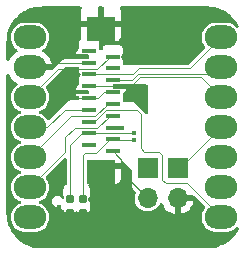
<source format=gbr>
%TF.GenerationSoftware,KiCad,Pcbnew,8.0.8-8.0.8-0~ubuntu24.04.1*%
%TF.CreationDate,2025-03-23T23:28:59+00:00*%
%TF.ProjectId,CONTROLLER_esp32xiao,434f4e54-524f-44c4-9c45-525f65737033,rev?*%
%TF.SameCoordinates,Original*%
%TF.FileFunction,Copper,L1,Top*%
%TF.FilePolarity,Positive*%
%FSLAX46Y46*%
G04 Gerber Fmt 4.6, Leading zero omitted, Abs format (unit mm)*
G04 Created by KiCad (PCBNEW 8.0.8-8.0.8-0~ubuntu24.04.1) date 2025-03-23 23:28:59*
%MOMM*%
%LPD*%
G01*
G04 APERTURE LIST*
G04 Aperture macros list*
%AMRoundRect*
0 Rectangle with rounded corners*
0 $1 Rounding radius*
0 $2 $3 $4 $5 $6 $7 $8 $9 X,Y pos of 4 corners*
0 Add a 4 corners polygon primitive as box body*
4,1,4,$2,$3,$4,$5,$6,$7,$8,$9,$2,$3,0*
0 Add four circle primitives for the rounded corners*
1,1,$1+$1,$2,$3*
1,1,$1+$1,$4,$5*
1,1,$1+$1,$6,$7*
1,1,$1+$1,$8,$9*
0 Add four rect primitives between the rounded corners*
20,1,$1+$1,$2,$3,$4,$5,0*
20,1,$1+$1,$4,$5,$6,$7,0*
20,1,$1+$1,$6,$7,$8,$9,0*
20,1,$1+$1,$8,$9,$2,$3,0*%
G04 Aperture macros list end*
%TA.AperFunction,ComponentPad*%
%ADD10R,1.700000X1.700000*%
%TD*%
%TA.AperFunction,ComponentPad*%
%ADD11O,1.700000X1.700000*%
%TD*%
%TA.AperFunction,ComponentPad*%
%ADD12RoundRect,1.000000X0.375000X0.000010X-0.375000X0.000010X-0.375000X-0.000010X0.375000X-0.000010X0*%
%TD*%
%TA.AperFunction,SMDPad,CuDef*%
%ADD13RoundRect,0.160000X0.160000X-0.197500X0.160000X0.197500X-0.160000X0.197500X-0.160000X-0.197500X0*%
%TD*%
%TA.AperFunction,SMDPad,CuDef*%
%ADD14R,1.200000X0.400000*%
%TD*%
%TA.AperFunction,SMDPad,CuDef*%
%ADD15R,2.400000X2.000000*%
%TD*%
%TA.AperFunction,ViaPad*%
%ADD16C,0.400000*%
%TD*%
%TA.AperFunction,Conductor*%
%ADD17C,0.100000*%
%TD*%
G04 APERTURE END LIST*
D10*
%TO.P,J3,1,Pin_1*%
%TO.N,/Sync*%
X61000000Y-87725000D03*
D11*
%TO.P,J3,2,Pin_2*%
%TO.N,GND*%
X61000000Y-90265000D03*
%TD*%
D10*
%TO.P,J1,1,Pin_1*%
%TO.N,VSYS*%
X58460000Y-87725000D03*
D11*
%TO.P,J1,2,Pin_2*%
%TO.N,/extRef*%
X58460000Y-90265000D03*
%TD*%
D12*
%TO.P,U2,1,PA02_A0_D0*%
%TO.N,/addr_bus_0*%
X64665000Y-76621750D03*
%TO.P,U2,2,PA4_A1_D1*%
%TO.N,/addr_bus_1*%
X64665000Y-79161750D03*
%TO.P,U2,3,PA10_A2_D2*%
%TO.N,/addr_bus_2*%
X64665000Y-81701750D03*
%TO.P,U2,4,PA11_A3_D3*%
%TO.N,/Sync*%
X64665000Y-84241750D03*
%TO.P,U2,5,PA8_A4_D4_SDA*%
%TO.N,/I2C_SDA*%
X64665000Y-86781750D03*
%TO.P,U2,6,PA9_A5_D5_SCL*%
%TO.N,/i2C_SCL*%
X64665000Y-89321750D03*
%TO.P,U2,7,PB08_A6_D6_TX*%
%TO.N,/IO1_out*%
X64665000Y-91861750D03*
%TO.P,U2,8,PB09_A7_D7_RX*%
%TO.N,/IO2*%
X48500000Y-91861750D03*
%TO.P,U2,9,PA7_A8_D8_SCK*%
%TO.N,/SCLK*%
X48500000Y-89321750D03*
%TO.P,U2,10,PA5_A9_D9_MISO*%
%TO.N,/POCI*%
X48500000Y-86781750D03*
%TO.P,U2,11,PA6_A10_D10_MOSI*%
%TO.N,/PICO*%
X48500000Y-84241750D03*
%TO.P,U2,12,3V3*%
%TO.N,+3.3V*%
X48500000Y-81701750D03*
%TO.P,U2,13,GND*%
%TO.N,GND*%
X48500000Y-79161750D03*
%TO.P,U2,14,5V*%
%TO.N,VSYS*%
X48500000Y-76621750D03*
%TD*%
D13*
%TO.P,R1,1*%
%TO.N,+3.3V*%
X53000000Y-91497500D03*
%TO.P,R1,2*%
%TO.N,/i2C_SCL*%
X53000000Y-90302500D03*
%TD*%
%TO.P,R2,1*%
%TO.N,+3.3V*%
X51900000Y-91497500D03*
%TO.P,R2,2*%
%TO.N,/I2C_SDA*%
X51900000Y-90302500D03*
%TD*%
D14*
%TO.P,FPC1,1,1*%
%TO.N,/AUX1*%
X53500000Y-77760000D03*
%TO.P,FPC1,2,2*%
%TO.N,+3.3V*%
X55500000Y-78260000D03*
%TO.P,FPC1,3,3*%
%TO.N,GND*%
X53500000Y-78760000D03*
%TO.P,FPC1,4,4*%
%TO.N,/AUX3*%
X55500000Y-79260000D03*
%TO.P,FPC1,5,5*%
%TO.N,/addr_bus_0*%
X53500000Y-79760000D03*
%TO.P,FPC1,6,6*%
%TO.N,/addr_bus_1*%
X55500000Y-80260000D03*
%TO.P,FPC1,7,7*%
%TO.N,/addr_bus_2*%
X53500000Y-80760000D03*
%TO.P,FPC1,8,8*%
%TO.N,GND*%
X55500000Y-81260000D03*
%TO.P,FPC1,9,9*%
X53500000Y-81760000D03*
%TO.P,FPC1,10,10*%
%TO.N,/POCI*%
X55500000Y-82260000D03*
%TO.P,FPC1,11,11*%
%TO.N,/PICO*%
X53500000Y-82760000D03*
%TO.P,FPC1,12,12*%
%TO.N,/SCLK*%
X55500000Y-83260000D03*
%TO.P,FPC1,13,13*%
%TO.N,/IO1_out*%
X53500000Y-83760000D03*
%TO.P,FPC1,14,14*%
%TO.N,/IO2*%
X55500000Y-84260000D03*
%TO.P,FPC1,15,15*%
%TO.N,/I2C_SDA*%
X53500000Y-84760000D03*
%TO.P,FPC1,16,16*%
%TO.N,/i2C_SCL*%
X55500000Y-85260000D03*
%TO.P,FPC1,17,17*%
%TO.N,/AUX2*%
X53500000Y-85760000D03*
%TO.P,FPC1,18,18*%
%TO.N,/extRef*%
X55500000Y-86260000D03*
D15*
%TO.P,FPC1,19,19*%
%TO.N,GND*%
X54500000Y-88040000D03*
%TO.P,FPC1,20,20*%
X54500000Y-75960000D03*
%TD*%
D16*
%TO.N,GND*%
X52460000Y-81760000D03*
X54500000Y-87540000D03*
%TO.N,+3.3V*%
X51000000Y-91000000D03*
%TO.N,/IO2*%
X56300000Y-84260000D03*
%TO.N,/i2C_SCL*%
X57300000Y-85360003D03*
%TO.N,/I2C_SDA*%
X57300000Y-84760000D03*
%TD*%
D17*
%TO.N,+3.3V*%
X51000000Y-91000000D02*
X51497500Y-91497500D01*
X51497500Y-91497500D02*
X51900000Y-91497500D01*
%TO.N,/extRef*%
X55500000Y-86260000D02*
X56500000Y-87260000D01*
X56500000Y-87260000D02*
X56500000Y-88305000D01*
X56500000Y-88305000D02*
X58460000Y-90265000D01*
%TO.N,/IO1_out*%
X53500000Y-83760000D02*
X53940000Y-83760000D01*
X59700000Y-86600000D02*
X59700000Y-88700000D01*
X53940000Y-83760000D02*
X54900000Y-82800000D01*
X59700000Y-88700000D02*
X60000000Y-89000000D01*
X54900000Y-82800000D02*
X57600000Y-82800000D01*
X57600000Y-82800000D02*
X57900000Y-83100000D01*
X57900000Y-83100000D02*
X57900000Y-86000000D01*
X60000000Y-89000000D02*
X61803250Y-89000000D01*
X57900000Y-86000000D02*
X58200000Y-86300000D01*
X58200000Y-86300000D02*
X59400000Y-86300000D01*
X59400000Y-86300000D02*
X59700000Y-86600000D01*
X61803250Y-89000000D02*
X64665000Y-91861750D01*
%TO.N,/POCI*%
X48500000Y-86781750D02*
X51981750Y-83300000D01*
X51981750Y-83300000D02*
X54050000Y-83300000D01*
X54050000Y-83300000D02*
X55090000Y-82260000D01*
X55090000Y-82260000D02*
X55500000Y-82260000D01*
%TO.N,/i2C_SCL*%
X57300000Y-85360003D02*
X57239997Y-85300000D01*
X57239997Y-85300000D02*
X55540000Y-85300000D01*
X55540000Y-85300000D02*
X55500000Y-85260000D01*
%TO.N,/I2C_SDA*%
X57300000Y-84760000D02*
X52920000Y-84760000D01*
X51900000Y-85780000D02*
X51900000Y-90302500D01*
X52920000Y-84760000D02*
X51900000Y-85780000D01*
%TO.N,/IO2*%
X56300000Y-84260000D02*
X55500000Y-84260000D01*
%TO.N,+3.3V*%
X53000000Y-91497500D02*
X51900000Y-91497500D01*
%TO.N,/i2C_SCL*%
X53000000Y-86560000D02*
X53000000Y-90302500D01*
X53160000Y-86400000D02*
X53000000Y-86560000D01*
X54100000Y-86400000D02*
X53160000Y-86400000D01*
X55240000Y-85260000D02*
X54100000Y-86400000D01*
X55500000Y-85260000D02*
X55240000Y-85260000D01*
%TO.N,GND*%
X48500000Y-79161750D02*
X50338250Y-79161750D01*
X50338250Y-79161750D02*
X50740000Y-78760000D01*
X50740000Y-78760000D02*
X53500000Y-78760000D01*
%TO.N,+3.3V*%
X48500000Y-81701750D02*
X50901750Y-79300000D01*
X50901750Y-79300000D02*
X54200000Y-79300000D01*
X54200000Y-79300000D02*
X55240000Y-78260000D01*
X55240000Y-78260000D02*
X55500000Y-78260000D01*
%TO.N,/addr_bus_0*%
X53500000Y-79760000D02*
X57240000Y-79760000D01*
X57240000Y-79760000D02*
X57740000Y-79260000D01*
X57740000Y-79260000D02*
X62026750Y-79260000D01*
X62026750Y-79260000D02*
X64665000Y-76621750D01*
%TO.N,/addr_bus_1*%
X64665000Y-79161750D02*
X64066750Y-79760000D01*
X64066750Y-79760000D02*
X57640000Y-79760000D01*
X57640000Y-79760000D02*
X57140000Y-80260000D01*
X57140000Y-80260000D02*
X55500000Y-80260000D01*
%TO.N,/addr_bus_2*%
X53500000Y-80760000D02*
X57040000Y-80760000D01*
X57040000Y-80760000D02*
X57800000Y-80000000D01*
X57800000Y-80000000D02*
X62963250Y-80000000D01*
X62963250Y-80000000D02*
X64665000Y-81701750D01*
%TO.N,GND*%
X52460000Y-81760000D02*
X53500000Y-81760000D01*
X53500000Y-81760000D02*
X54240000Y-81760000D01*
X54240000Y-81760000D02*
X54740000Y-81260000D01*
X54740000Y-81260000D02*
X55500000Y-81260000D01*
%TO.N,/PICO*%
X48500000Y-84241750D02*
X49958250Y-84241750D01*
X49958250Y-84241750D02*
X51440000Y-82760000D01*
X51440000Y-82760000D02*
X53500000Y-82760000D01*
%TO.N,/SCLK*%
X48500000Y-89321750D02*
X51500000Y-86321750D01*
X51500000Y-86321750D02*
X51500000Y-85100000D01*
X52300000Y-84300000D02*
X54200000Y-84300000D01*
X51500000Y-85100000D02*
X52300000Y-84300000D01*
X54200000Y-84300000D02*
X55240000Y-83260000D01*
X55240000Y-83260000D02*
X55500000Y-83260000D01*
%TO.N,/Sync*%
X64665000Y-84241750D02*
X61181750Y-87725000D01*
X61181750Y-87725000D02*
X61000000Y-87725000D01*
%TD*%
%TA.AperFunction,Conductor*%
%TO.N,GND*%
G36*
X46715703Y-79715790D02*
G01*
X46750018Y-79764429D01*
X46772794Y-79822802D01*
X46900046Y-80036358D01*
X47060703Y-80226044D01*
X47060705Y-80226046D01*
X47250391Y-80386702D01*
X47394953Y-80472843D01*
X47442467Y-80524070D01*
X47454743Y-80592853D01*
X47427884Y-80657353D01*
X47402095Y-80681294D01*
X47320354Y-80737924D01*
X47320342Y-80737934D01*
X47161184Y-80897092D01*
X47161174Y-80897104D01*
X47032997Y-81082117D01*
X47032991Y-81082127D01*
X46939903Y-81287068D01*
X46939902Y-81287071D01*
X46884905Y-81505329D01*
X46884904Y-81505336D01*
X46874500Y-81637528D01*
X46874500Y-81765957D01*
X46874501Y-81765974D01*
X46884904Y-81898163D01*
X46884905Y-81898170D01*
X46939902Y-82116428D01*
X46939903Y-82116431D01*
X47032991Y-82321372D01*
X47032997Y-82321382D01*
X47161174Y-82506395D01*
X47161178Y-82506400D01*
X47161181Y-82506404D01*
X47320346Y-82665569D01*
X47320350Y-82665572D01*
X47320354Y-82665575D01*
X47399179Y-82720185D01*
X47505374Y-82793757D01*
X47573057Y-82824500D01*
X47648683Y-82858851D01*
X47701580Y-82904498D01*
X47721402Y-82971497D01*
X47701854Y-83038577D01*
X47649143Y-83084439D01*
X47648683Y-83084649D01*
X47505377Y-83149741D01*
X47505367Y-83149747D01*
X47320354Y-83277924D01*
X47320342Y-83277934D01*
X47161184Y-83437092D01*
X47161174Y-83437104D01*
X47032997Y-83622117D01*
X47032991Y-83622127D01*
X46939903Y-83827068D01*
X46939902Y-83827071D01*
X46884905Y-84045329D01*
X46884904Y-84045336D01*
X46874500Y-84177528D01*
X46874500Y-84305957D01*
X46874501Y-84305974D01*
X46884904Y-84438163D01*
X46884905Y-84438170D01*
X46939902Y-84656428D01*
X46939903Y-84656431D01*
X47032991Y-84861372D01*
X47032997Y-84861382D01*
X47161174Y-85046395D01*
X47161178Y-85046400D01*
X47161181Y-85046404D01*
X47320346Y-85205569D01*
X47320350Y-85205572D01*
X47320354Y-85205575D01*
X47398157Y-85259477D01*
X47505374Y-85333757D01*
X47549802Y-85353937D01*
X47648683Y-85398851D01*
X47701580Y-85444498D01*
X47721402Y-85511497D01*
X47701854Y-85578577D01*
X47649143Y-85624439D01*
X47648683Y-85624649D01*
X47505377Y-85689741D01*
X47505367Y-85689747D01*
X47320354Y-85817924D01*
X47320342Y-85817934D01*
X47161184Y-85977092D01*
X47161174Y-85977104D01*
X47032997Y-86162117D01*
X47032991Y-86162127D01*
X46939903Y-86367068D01*
X46939902Y-86367071D01*
X46884905Y-86585329D01*
X46884904Y-86585336D01*
X46874500Y-86717528D01*
X46874500Y-86845957D01*
X46874501Y-86845974D01*
X46884904Y-86978163D01*
X46884905Y-86978170D01*
X46939902Y-87196428D01*
X46939903Y-87196431D01*
X47032991Y-87401372D01*
X47032997Y-87401382D01*
X47161174Y-87586395D01*
X47161178Y-87586400D01*
X47161181Y-87586404D01*
X47320346Y-87745569D01*
X47320350Y-87745572D01*
X47320354Y-87745575D01*
X47384478Y-87790000D01*
X47505374Y-87873757D01*
X47517963Y-87879475D01*
X47648683Y-87938851D01*
X47701580Y-87984498D01*
X47721402Y-88051497D01*
X47701854Y-88118577D01*
X47649143Y-88164439D01*
X47648683Y-88164649D01*
X47505377Y-88229741D01*
X47505367Y-88229747D01*
X47320354Y-88357924D01*
X47320342Y-88357934D01*
X47161184Y-88517092D01*
X47161174Y-88517104D01*
X47032997Y-88702117D01*
X47032991Y-88702127D01*
X46939903Y-88907068D01*
X46939902Y-88907071D01*
X46884905Y-89125329D01*
X46884904Y-89125336D01*
X46874500Y-89257528D01*
X46874500Y-89385957D01*
X46874501Y-89385974D01*
X46884904Y-89518163D01*
X46884905Y-89518170D01*
X46939902Y-89736428D01*
X46939903Y-89736431D01*
X47032991Y-89941372D01*
X47032997Y-89941382D01*
X47161174Y-90126395D01*
X47161178Y-90126400D01*
X47161181Y-90126404D01*
X47320346Y-90285569D01*
X47320350Y-90285572D01*
X47320354Y-90285575D01*
X47379221Y-90326358D01*
X47505374Y-90413757D01*
X47580139Y-90447717D01*
X47648683Y-90478851D01*
X47701580Y-90524498D01*
X47721402Y-90591497D01*
X47701854Y-90658577D01*
X47649143Y-90704439D01*
X47648683Y-90704649D01*
X47505377Y-90769741D01*
X47505367Y-90769747D01*
X47320354Y-90897924D01*
X47320342Y-90897934D01*
X47161184Y-91057092D01*
X47161174Y-91057104D01*
X47032997Y-91242117D01*
X47032991Y-91242127D01*
X46939903Y-91447068D01*
X46939902Y-91447071D01*
X46884905Y-91665329D01*
X46884904Y-91665336D01*
X46874500Y-91797528D01*
X46874500Y-91925957D01*
X46874501Y-91925974D01*
X46884904Y-92058163D01*
X46884905Y-92058170D01*
X46939902Y-92276428D01*
X46939903Y-92276431D01*
X47032991Y-92481372D01*
X47032997Y-92481382D01*
X47161174Y-92666395D01*
X47161178Y-92666400D01*
X47161181Y-92666404D01*
X47320346Y-92825569D01*
X47320350Y-92825572D01*
X47320354Y-92825575D01*
X47459603Y-92922047D01*
X47505374Y-92953757D01*
X47710317Y-93046846D01*
X47710321Y-93046847D01*
X47928579Y-93101844D01*
X47928581Y-93101844D01*
X47928588Y-93101846D01*
X48060783Y-93112250D01*
X48939216Y-93112249D01*
X49071412Y-93101846D01*
X49289683Y-93046846D01*
X49494626Y-92953757D01*
X49679654Y-92825569D01*
X49838819Y-92666404D01*
X49967007Y-92481376D01*
X50060096Y-92276433D01*
X50115096Y-92058162D01*
X50125500Y-91925967D01*
X50125499Y-91797534D01*
X50115096Y-91665338D01*
X50083118Y-91538433D01*
X50060097Y-91447071D01*
X50060096Y-91447068D01*
X50060094Y-91447064D01*
X49967007Y-91242124D01*
X49894842Y-91137960D01*
X49838825Y-91057104D01*
X49838822Y-91057100D01*
X49838819Y-91057096D01*
X49679654Y-90897931D01*
X49679650Y-90897928D01*
X49679645Y-90897924D01*
X49494632Y-90769747D01*
X49494623Y-90769741D01*
X49351316Y-90704649D01*
X49298419Y-90659002D01*
X49278597Y-90592003D01*
X49298145Y-90524924D01*
X49350855Y-90479061D01*
X49351316Y-90478851D01*
X49375025Y-90468082D01*
X49494626Y-90413757D01*
X49679654Y-90285569D01*
X49838819Y-90126404D01*
X49967007Y-89941376D01*
X50060096Y-89736433D01*
X50115096Y-89518162D01*
X50125500Y-89385967D01*
X50125499Y-89257534D01*
X50115096Y-89125338D01*
X50110456Y-89106925D01*
X50060097Y-88907071D01*
X50060096Y-88907068D01*
X50055609Y-88897190D01*
X49967007Y-88702124D01*
X49896029Y-88599674D01*
X49853084Y-88537686D01*
X49831087Y-88471370D01*
X49848435Y-88403688D01*
X49867327Y-88379393D01*
X51387819Y-86858902D01*
X51449142Y-86825417D01*
X51518834Y-86830401D01*
X51574767Y-86872273D01*
X51599184Y-86937737D01*
X51599500Y-86946583D01*
X51599500Y-89039886D01*
X51579815Y-89106925D01*
X51531796Y-89150370D01*
X51495707Y-89168758D01*
X51495700Y-89168763D01*
X51403763Y-89260700D01*
X51403760Y-89260704D01*
X51403759Y-89260706D01*
X51373239Y-89320606D01*
X51344723Y-89376571D01*
X51329500Y-89472692D01*
X51329500Y-89932311D01*
X51344723Y-90028428D01*
X51344723Y-90028429D01*
X51344724Y-90028432D01*
X51344725Y-90028433D01*
X51393343Y-90123852D01*
X51406239Y-90192520D01*
X51379962Y-90257260D01*
X51322856Y-90297517D01*
X51253050Y-90300509D01*
X51192709Y-90265287D01*
X51188916Y-90260441D01*
X51188689Y-90260639D01*
X51167548Y-90236241D01*
X51098049Y-90156033D01*
X50989069Y-90085996D01*
X50989065Y-90085994D01*
X50989064Y-90085994D01*
X50864774Y-90049500D01*
X50864772Y-90049500D01*
X50735228Y-90049500D01*
X50735226Y-90049500D01*
X50610935Y-90085994D01*
X50610932Y-90085995D01*
X50610931Y-90085996D01*
X50559677Y-90118934D01*
X50501950Y-90156033D01*
X50417118Y-90253937D01*
X50417117Y-90253938D01*
X50363302Y-90371774D01*
X50344867Y-90500000D01*
X50363302Y-90628225D01*
X50417117Y-90746061D01*
X50417118Y-90746063D01*
X50501951Y-90843967D01*
X50610931Y-90914004D01*
X50735225Y-90950499D01*
X50735227Y-90950500D01*
X50735228Y-90950500D01*
X50774167Y-90950500D01*
X50841206Y-90970185D01*
X50861848Y-90986819D01*
X50957040Y-91082011D01*
X51012989Y-91137960D01*
X51012991Y-91137961D01*
X51012995Y-91137964D01*
X51081504Y-91177517D01*
X51081511Y-91177521D01*
X51157938Y-91198000D01*
X51237062Y-91198000D01*
X51255779Y-91198000D01*
X51322818Y-91217685D01*
X51366263Y-91265704D01*
X51403759Y-91339294D01*
X51403761Y-91339296D01*
X51403763Y-91339299D01*
X51495700Y-91431236D01*
X51495704Y-91431239D01*
X51495706Y-91431241D01*
X51611567Y-91490275D01*
X51611569Y-91490275D01*
X51611571Y-91490276D01*
X51640728Y-91494893D01*
X51707693Y-91505500D01*
X52092306Y-91505499D01*
X52092311Y-91505499D01*
X52092311Y-91505498D01*
X52147511Y-91496756D01*
X52188428Y-91490276D01*
X52188429Y-91490276D01*
X52188430Y-91490275D01*
X52188433Y-91490275D01*
X52304294Y-91431241D01*
X52362320Y-91373214D01*
X52423641Y-91339731D01*
X52493333Y-91344715D01*
X52537679Y-91373214D01*
X52595706Y-91431241D01*
X52711567Y-91490275D01*
X52711569Y-91490275D01*
X52711571Y-91490276D01*
X52740728Y-91494893D01*
X52807693Y-91505500D01*
X53192306Y-91505499D01*
X53192311Y-91505499D01*
X53192311Y-91505498D01*
X53247511Y-91496756D01*
X53288428Y-91490276D01*
X53288429Y-91490276D01*
X53288430Y-91490275D01*
X53288433Y-91490275D01*
X53404294Y-91431241D01*
X53496241Y-91339294D01*
X53555275Y-91223433D01*
X53556186Y-91217685D01*
X53559303Y-91198000D01*
X53570500Y-91127307D01*
X53570499Y-90667694D01*
X53570499Y-90667688D01*
X53555276Y-90571571D01*
X53555276Y-90571570D01*
X53555275Y-90571568D01*
X53555275Y-90571567D01*
X53496241Y-90455706D01*
X53496239Y-90455704D01*
X53496236Y-90455700D01*
X53428217Y-90387681D01*
X53394732Y-90326358D01*
X53399716Y-90256666D01*
X53428217Y-90212319D01*
X53496236Y-90144299D01*
X53496241Y-90144294D01*
X53555275Y-90028433D01*
X53570500Y-89932307D01*
X53570499Y-89472694D01*
X53570499Y-89472692D01*
X53570499Y-89472688D01*
X53555276Y-89376571D01*
X53555276Y-89376570D01*
X53555275Y-89376568D01*
X53555275Y-89376567D01*
X53496241Y-89260706D01*
X53496239Y-89260704D01*
X53496236Y-89260700D01*
X53487217Y-89251681D01*
X53453732Y-89190358D01*
X53458716Y-89120666D01*
X53500588Y-89064733D01*
X53566052Y-89040316D01*
X53574898Y-89040000D01*
X54250000Y-89040000D01*
X54750000Y-89040000D01*
X55747828Y-89040000D01*
X55747844Y-89039999D01*
X55807372Y-89033598D01*
X55807379Y-89033596D01*
X55942086Y-88983354D01*
X55942093Y-88983350D01*
X56057187Y-88897190D01*
X56057190Y-88897187D01*
X56143350Y-88782093D01*
X56143354Y-88782086D01*
X56193596Y-88647379D01*
X56193598Y-88647372D01*
X56199999Y-88587844D01*
X56200000Y-88587827D01*
X56200000Y-87790000D01*
X54750000Y-87790000D01*
X54750000Y-89040000D01*
X54250000Y-89040000D01*
X54250000Y-87790000D01*
X53424500Y-87790000D01*
X53357461Y-87770315D01*
X53311706Y-87717511D01*
X53300500Y-87666000D01*
X53300500Y-87414000D01*
X53320185Y-87346961D01*
X53372989Y-87301206D01*
X53424500Y-87290000D01*
X56200000Y-87290000D01*
X56200000Y-87184333D01*
X56219685Y-87117294D01*
X56272489Y-87071539D01*
X56341647Y-87061595D01*
X56405203Y-87090620D01*
X56411681Y-87096652D01*
X57133181Y-87818152D01*
X57166666Y-87879475D01*
X57169500Y-87905833D01*
X57169500Y-89314562D01*
X57171120Y-89320606D01*
X57189979Y-89390990D01*
X57189982Y-89390995D01*
X57229535Y-89459504D01*
X57229541Y-89459512D01*
X57434927Y-89664898D01*
X57468412Y-89726221D01*
X57463428Y-89795913D01*
X57458248Y-89807847D01*
X57429419Y-89865747D01*
X57373602Y-90061917D01*
X57354785Y-90264999D01*
X57354785Y-90265000D01*
X57373602Y-90468082D01*
X57429417Y-90664247D01*
X57429422Y-90664260D01*
X57520327Y-90846821D01*
X57643237Y-91009581D01*
X57793958Y-91146980D01*
X57793960Y-91146982D01*
X57843276Y-91177517D01*
X57967363Y-91254348D01*
X58157544Y-91328024D01*
X58358024Y-91365500D01*
X58358026Y-91365500D01*
X58561974Y-91365500D01*
X58561976Y-91365500D01*
X58762456Y-91328024D01*
X58952637Y-91254348D01*
X59126041Y-91146981D01*
X59276764Y-91009579D01*
X59399673Y-90846821D01*
X59470466Y-90704649D01*
X59486817Y-90671812D01*
X59534319Y-90620575D01*
X59601982Y-90603153D01*
X59668323Y-90625078D01*
X59712278Y-90679389D01*
X59717592Y-90694989D01*
X59726567Y-90728485D01*
X59726570Y-90728492D01*
X59826399Y-90942578D01*
X59961894Y-91136082D01*
X60128917Y-91303105D01*
X60322421Y-91438600D01*
X60536507Y-91538429D01*
X60536516Y-91538433D01*
X60750000Y-91595634D01*
X60750000Y-90698012D01*
X60807007Y-90730925D01*
X60934174Y-90765000D01*
X61065826Y-90765000D01*
X61192993Y-90730925D01*
X61250000Y-90698012D01*
X61250000Y-91595633D01*
X61463483Y-91538433D01*
X61463492Y-91538429D01*
X61677578Y-91438600D01*
X61871082Y-91303105D01*
X62038105Y-91136082D01*
X62173600Y-90942578D01*
X62273429Y-90728492D01*
X62273432Y-90728486D01*
X62330636Y-90515000D01*
X61433012Y-90515000D01*
X61465925Y-90457993D01*
X61500000Y-90330826D01*
X61500000Y-90199174D01*
X61465925Y-90072007D01*
X61433012Y-90015000D01*
X62341917Y-90015000D01*
X62408956Y-90034685D01*
X62429598Y-90051319D01*
X63297668Y-90919389D01*
X63331153Y-90980712D01*
X63326169Y-91050404D01*
X63311915Y-91077686D01*
X63197997Y-91242117D01*
X63197991Y-91242127D01*
X63104903Y-91447068D01*
X63104902Y-91447071D01*
X63049905Y-91665329D01*
X63049904Y-91665336D01*
X63039500Y-91797528D01*
X63039500Y-91925957D01*
X63039501Y-91925974D01*
X63049904Y-92058163D01*
X63049905Y-92058170D01*
X63104902Y-92276428D01*
X63104903Y-92276431D01*
X63197991Y-92481372D01*
X63197997Y-92481382D01*
X63326174Y-92666395D01*
X63326178Y-92666400D01*
X63326181Y-92666404D01*
X63485346Y-92825569D01*
X63485350Y-92825572D01*
X63485354Y-92825575D01*
X63624603Y-92922047D01*
X63670374Y-92953757D01*
X63875317Y-93046846D01*
X63875321Y-93046847D01*
X64093579Y-93101844D01*
X64093581Y-93101844D01*
X64093588Y-93101846D01*
X64225783Y-93112250D01*
X65104216Y-93112249D01*
X65236412Y-93101846D01*
X65454683Y-93046846D01*
X65659626Y-92953757D01*
X65844654Y-92825569D01*
X65964991Y-92705231D01*
X66026310Y-92671749D01*
X66096002Y-92676733D01*
X66151936Y-92718604D01*
X66176353Y-92784068D01*
X66163154Y-92849209D01*
X66091945Y-92988968D01*
X66085455Y-93000209D01*
X65922109Y-93251741D01*
X65914480Y-93262241D01*
X65725730Y-93495329D01*
X65717045Y-93504975D01*
X65504975Y-93717045D01*
X65495329Y-93725730D01*
X65262241Y-93914480D01*
X65251741Y-93922109D01*
X65000209Y-94085455D01*
X64988968Y-94091945D01*
X64721736Y-94228104D01*
X64709879Y-94233383D01*
X64429878Y-94340864D01*
X64417533Y-94344875D01*
X64127838Y-94422495D01*
X64115143Y-94425194D01*
X63818901Y-94472111D01*
X63805992Y-94473467D01*
X63503245Y-94489330D01*
X63496757Y-94489500D01*
X49503251Y-94489500D01*
X49496759Y-94489330D01*
X49444613Y-94486595D01*
X49194005Y-94473454D01*
X49181098Y-94472097D01*
X48884871Y-94425171D01*
X48872176Y-94422472D01*
X48582483Y-94344842D01*
X48570139Y-94340831D01*
X48290143Y-94233345D01*
X48278287Y-94228066D01*
X48011058Y-94091901D01*
X47999818Y-94085412D01*
X47748281Y-93922058D01*
X47737795Y-93914439D01*
X47649352Y-93842819D01*
X47504709Y-93725688D01*
X47495064Y-93717003D01*
X47282996Y-93504935D01*
X47274311Y-93495290D01*
X47194856Y-93397172D01*
X47085556Y-93262199D01*
X47077944Y-93251722D01*
X46914581Y-93000171D01*
X46908098Y-92988941D01*
X46771933Y-92721712D01*
X46766654Y-92709856D01*
X46753939Y-92676733D01*
X46659164Y-92429849D01*
X46655160Y-92417527D01*
X46577524Y-92127812D01*
X46574830Y-92115139D01*
X46527900Y-91818890D01*
X46526546Y-91806004D01*
X46510670Y-91503241D01*
X46510500Y-91496748D01*
X46510500Y-79809503D01*
X46530185Y-79742464D01*
X46582989Y-79696709D01*
X46652147Y-79686765D01*
X46715703Y-79715790D01*
G37*
%TD.AperFunction*%
%TA.AperFunction,Conductor*%
G36*
X52592539Y-79120185D02*
G01*
X52638294Y-79172989D01*
X52649500Y-79224500D01*
X52649500Y-79484678D01*
X52664032Y-79557735D01*
X52664033Y-79557739D01*
X52664034Y-79557740D01*
X52719399Y-79640601D01*
X52743790Y-79656898D01*
X52788594Y-79710511D01*
X52797301Y-79779836D01*
X52767146Y-79842863D01*
X52743790Y-79863102D01*
X52719399Y-79879399D01*
X52664033Y-79962260D01*
X52664032Y-79962264D01*
X52649500Y-80035321D01*
X52649500Y-80484678D01*
X52658195Y-80528390D01*
X52651968Y-80597981D01*
X52610889Y-80651847D01*
X52542812Y-80702809D01*
X52542809Y-80702812D01*
X52456649Y-80817906D01*
X52456645Y-80817913D01*
X52406403Y-80952620D01*
X52406401Y-80952627D01*
X52400000Y-81012155D01*
X52400000Y-81060000D01*
X53376000Y-81060000D01*
X53443039Y-81079685D01*
X53488794Y-81132489D01*
X53500000Y-81184000D01*
X53500000Y-81336000D01*
X53480315Y-81403039D01*
X53427511Y-81448794D01*
X53376000Y-81460000D01*
X52400000Y-81460000D01*
X52400000Y-81507844D01*
X52406401Y-81567372D01*
X52406403Y-81567379D01*
X52456645Y-81702086D01*
X52456647Y-81702089D01*
X52500889Y-81761188D01*
X52525307Y-81826652D01*
X52510456Y-81894926D01*
X52461051Y-81944331D01*
X52401623Y-81959500D01*
X51900438Y-81959500D01*
X51824010Y-81979978D01*
X51755489Y-82019540D01*
X51755486Y-82019542D01*
X50148112Y-83626915D01*
X50086789Y-83660400D01*
X50017097Y-83655416D01*
X49961164Y-83613544D01*
X49958541Y-83609905D01*
X49838819Y-83437096D01*
X49679654Y-83277931D01*
X49679650Y-83277928D01*
X49679645Y-83277924D01*
X49494632Y-83149747D01*
X49494623Y-83149741D01*
X49374297Y-83095087D01*
X49351315Y-83084648D01*
X49298419Y-83039002D01*
X49278597Y-82972003D01*
X49298145Y-82904924D01*
X49350855Y-82859061D01*
X49351316Y-82858851D01*
X49494626Y-82793757D01*
X49679654Y-82665569D01*
X49838819Y-82506404D01*
X49967007Y-82321376D01*
X50060096Y-82116433D01*
X50115096Y-81898162D01*
X50125500Y-81765967D01*
X50125499Y-81637534D01*
X50115096Y-81505338D01*
X50080258Y-81367083D01*
X50060097Y-81287071D01*
X50060096Y-81287068D01*
X49989883Y-81132489D01*
X49967007Y-81082124D01*
X49853084Y-80917686D01*
X49831087Y-80851370D01*
X49848435Y-80783688D01*
X49867327Y-80759393D01*
X51489902Y-79136819D01*
X51551225Y-79103334D01*
X51577583Y-79100500D01*
X52525500Y-79100500D01*
X52592539Y-79120185D01*
G37*
%TD.AperFunction*%
%TA.AperFunction,Conductor*%
G36*
X58432539Y-80621935D02*
G01*
X58478294Y-80674739D01*
X58489500Y-80726250D01*
X58489500Y-82965167D01*
X58469815Y-83032206D01*
X58417011Y-83077961D01*
X58347853Y-83087905D01*
X58284297Y-83058880D01*
X58277819Y-83052848D01*
X57384512Y-82159541D01*
X57384504Y-82159535D01*
X57315995Y-82119982D01*
X57315990Y-82119979D01*
X57290513Y-82113152D01*
X57239562Y-82099500D01*
X57239560Y-82099500D01*
X56474500Y-82099500D01*
X56407461Y-82079815D01*
X56361706Y-82027011D01*
X56350500Y-81975500D01*
X56350500Y-81535325D01*
X56344535Y-81505338D01*
X56341804Y-81491609D01*
X56348030Y-81422020D01*
X56389111Y-81368151D01*
X56457189Y-81317188D01*
X56457190Y-81317187D01*
X56543350Y-81202093D01*
X56543354Y-81202086D01*
X56593596Y-81067379D01*
X56593598Y-81067372D01*
X56599999Y-81007844D01*
X56600000Y-81007827D01*
X56600000Y-80960000D01*
X55624000Y-80960000D01*
X55556961Y-80940315D01*
X55511206Y-80887511D01*
X55500000Y-80836000D01*
X55500000Y-80726250D01*
X55519685Y-80659211D01*
X55572489Y-80613456D01*
X55624000Y-80602250D01*
X58365500Y-80602250D01*
X58432539Y-80621935D01*
G37*
%TD.AperFunction*%
%TA.AperFunction,Conductor*%
G36*
X52831231Y-74030185D02*
G01*
X52876986Y-74082989D01*
X52886930Y-74152147D01*
X52863460Y-74208810D01*
X52856646Y-74217911D01*
X52856645Y-74217913D01*
X52806403Y-74352620D01*
X52806401Y-74352627D01*
X52800000Y-74412155D01*
X52800000Y-75210000D01*
X54250000Y-75210000D01*
X54250000Y-74134500D01*
X54269685Y-74067461D01*
X54322489Y-74021706D01*
X54374000Y-74010500D01*
X54626000Y-74010500D01*
X54693039Y-74030185D01*
X54738794Y-74082989D01*
X54750000Y-74134500D01*
X54750000Y-75210000D01*
X56200000Y-75210000D01*
X56200000Y-74412172D01*
X56199999Y-74412155D01*
X56193598Y-74352627D01*
X56193596Y-74352620D01*
X56143354Y-74217913D01*
X56143353Y-74217911D01*
X56136540Y-74208810D01*
X56112124Y-74143345D01*
X56126976Y-74075072D01*
X56176382Y-74025667D01*
X56235808Y-74010500D01*
X63496588Y-74010500D01*
X63496749Y-74010500D01*
X63503241Y-74010669D01*
X63806004Y-74026546D01*
X63818890Y-74027900D01*
X64115139Y-74074830D01*
X64127812Y-74077524D01*
X64417527Y-74155160D01*
X64429849Y-74159164D01*
X64709861Y-74266656D01*
X64721708Y-74271931D01*
X64804215Y-74313972D01*
X64988941Y-74408098D01*
X65000171Y-74414581D01*
X65251722Y-74577944D01*
X65262199Y-74585556D01*
X65350649Y-74657182D01*
X65495290Y-74774311D01*
X65504935Y-74782996D01*
X65717003Y-74995064D01*
X65725688Y-75004709D01*
X65914439Y-75237795D01*
X65922058Y-75248281D01*
X66044391Y-75436653D01*
X66085412Y-75499818D01*
X66091901Y-75511057D01*
X66145903Y-75617037D01*
X66158800Y-75685706D01*
X66132525Y-75750447D01*
X66075419Y-75790705D01*
X66005614Y-75793699D01*
X65947738Y-75761015D01*
X65844657Y-75657934D01*
X65844654Y-75657931D01*
X65844650Y-75657928D01*
X65844645Y-75657924D01*
X65659632Y-75529747D01*
X65659630Y-75529745D01*
X65659626Y-75529743D01*
X65618487Y-75511057D01*
X65454681Y-75436653D01*
X65454678Y-75436652D01*
X65236420Y-75381655D01*
X65236413Y-75381654D01*
X65192347Y-75378186D01*
X65104217Y-75371250D01*
X65104215Y-75371250D01*
X64225791Y-75371250D01*
X64225776Y-75371251D01*
X64093586Y-75381654D01*
X64093579Y-75381655D01*
X63875321Y-75436652D01*
X63875318Y-75436653D01*
X63670377Y-75529741D01*
X63670367Y-75529747D01*
X63485354Y-75657924D01*
X63485342Y-75657934D01*
X63326184Y-75817092D01*
X63326174Y-75817104D01*
X63197997Y-76002117D01*
X63197991Y-76002127D01*
X63104903Y-76207068D01*
X63104902Y-76207071D01*
X63049905Y-76425329D01*
X63049904Y-76425336D01*
X63039500Y-76557528D01*
X63039500Y-76685957D01*
X63039501Y-76685974D01*
X63049904Y-76818163D01*
X63049905Y-76818170D01*
X63104902Y-77036428D01*
X63104903Y-77036431D01*
X63197991Y-77241372D01*
X63197997Y-77241382D01*
X63311915Y-77405813D01*
X63333912Y-77472129D01*
X63316564Y-77539811D01*
X63297668Y-77564110D01*
X61938598Y-78923181D01*
X61877275Y-78956666D01*
X61850917Y-78959500D01*
X56474500Y-78959500D01*
X56407461Y-78939815D01*
X56361706Y-78887011D01*
X56350500Y-78835500D01*
X56350500Y-78535323D01*
X56350499Y-78535321D01*
X56335967Y-78462264D01*
X56335966Y-78462260D01*
X56296396Y-78403039D01*
X56280601Y-78379399D01*
X56256209Y-78363101D01*
X56211405Y-78309491D01*
X56202698Y-78240166D01*
X56232852Y-78177138D01*
X56256207Y-78156899D01*
X56280601Y-78140601D01*
X56335966Y-78057740D01*
X56350500Y-77984674D01*
X56350500Y-77535326D01*
X56350500Y-77535323D01*
X56350499Y-77535321D01*
X56335967Y-77462264D01*
X56335966Y-77462260D01*
X56312002Y-77426395D01*
X56280601Y-77379399D01*
X56197740Y-77324034D01*
X56197739Y-77324033D01*
X56197735Y-77324032D01*
X56124677Y-77309500D01*
X56124674Y-77309500D01*
X54875326Y-77309500D01*
X54875323Y-77309500D01*
X54802264Y-77324032D01*
X54802260Y-77324033D01*
X54719399Y-77379399D01*
X54664033Y-77462260D01*
X54664032Y-77462264D01*
X54649500Y-77535321D01*
X54649500Y-77599053D01*
X54629815Y-77666092D01*
X54577011Y-77711847D01*
X54507853Y-77721791D01*
X54451189Y-77698320D01*
X54389110Y-77651848D01*
X54347239Y-77595914D01*
X54341804Y-77528389D01*
X54350500Y-77484674D01*
X54350500Y-77035326D01*
X54350500Y-77035323D01*
X54350499Y-77035321D01*
X54335967Y-76962264D01*
X54335966Y-76962263D01*
X54335966Y-76962260D01*
X54334456Y-76960000D01*
X54750000Y-76960000D01*
X55747828Y-76960000D01*
X55747844Y-76959999D01*
X55807372Y-76953598D01*
X55807379Y-76953596D01*
X55942086Y-76903354D01*
X55942093Y-76903350D01*
X56057187Y-76817190D01*
X56057190Y-76817187D01*
X56143350Y-76702093D01*
X56143354Y-76702086D01*
X56193596Y-76567379D01*
X56193598Y-76567372D01*
X56199999Y-76507844D01*
X56200000Y-76507827D01*
X56200000Y-75710000D01*
X54750000Y-75710000D01*
X54750000Y-76960000D01*
X54334456Y-76960000D01*
X54280601Y-76879399D01*
X54280600Y-76879398D01*
X54273816Y-76869244D01*
X54276626Y-76867365D01*
X54252834Y-76823793D01*
X54250000Y-76797435D01*
X54250000Y-75710000D01*
X52800000Y-75710000D01*
X52800000Y-76507844D01*
X52806401Y-76567372D01*
X52806403Y-76567379D01*
X52847919Y-76678689D01*
X52852903Y-76748380D01*
X52819418Y-76809704D01*
X52800628Y-76825124D01*
X52719399Y-76879398D01*
X52664033Y-76962260D01*
X52664032Y-76962264D01*
X52649500Y-77035321D01*
X52649500Y-77484678D01*
X52658195Y-77528390D01*
X52651968Y-77597981D01*
X52610889Y-77651847D01*
X52542812Y-77702809D01*
X52542809Y-77702812D01*
X52456649Y-77817906D01*
X52456645Y-77817913D01*
X52406403Y-77952620D01*
X52406401Y-77952627D01*
X52400000Y-78012155D01*
X52400000Y-78060000D01*
X53376000Y-78060000D01*
X53443039Y-78079685D01*
X53488794Y-78132489D01*
X53500000Y-78184000D01*
X53500000Y-78336000D01*
X53480315Y-78403039D01*
X53427511Y-78448794D01*
X53376000Y-78460000D01*
X52400000Y-78460000D01*
X52396819Y-78463181D01*
X52335496Y-78496666D01*
X52309138Y-78499500D01*
X51362188Y-78499500D01*
X51311236Y-78513152D01*
X51285760Y-78519979D01*
X51247407Y-78542123D01*
X51247405Y-78542124D01*
X51217240Y-78559539D01*
X51217237Y-78559541D01*
X50401347Y-79375431D01*
X50340024Y-79408916D01*
X50313666Y-79411750D01*
X48933012Y-79411750D01*
X48965925Y-79354743D01*
X49000000Y-79227576D01*
X49000000Y-79095924D01*
X48965925Y-78968757D01*
X48933012Y-78911750D01*
X50355198Y-78911750D01*
X50317567Y-78732277D01*
X50317564Y-78732267D01*
X50227206Y-78500700D01*
X50099953Y-78287141D01*
X49939296Y-78097455D01*
X49939294Y-78097453D01*
X49749608Y-77936796D01*
X49605046Y-77850656D01*
X49557532Y-77799429D01*
X49545256Y-77730646D01*
X49572115Y-77666145D01*
X49597900Y-77642207D01*
X49679654Y-77585569D01*
X49838819Y-77426404D01*
X49967007Y-77241376D01*
X50060096Y-77036433D01*
X50115096Y-76818162D01*
X50125500Y-76685967D01*
X50125499Y-76557534D01*
X50115096Y-76425338D01*
X50101699Y-76372173D01*
X50060097Y-76207071D01*
X50060096Y-76207068D01*
X49967008Y-76002127D01*
X49967007Y-76002124D01*
X49838819Y-75817096D01*
X49679654Y-75657931D01*
X49679650Y-75657928D01*
X49679645Y-75657924D01*
X49494632Y-75529747D01*
X49494630Y-75529745D01*
X49494626Y-75529743D01*
X49453487Y-75511057D01*
X49289681Y-75436653D01*
X49289678Y-75436652D01*
X49071420Y-75381655D01*
X49071413Y-75381654D01*
X49027347Y-75378186D01*
X48939217Y-75371250D01*
X48939215Y-75371250D01*
X48060791Y-75371250D01*
X48060776Y-75371251D01*
X47928586Y-75381654D01*
X47928579Y-75381655D01*
X47710321Y-75436652D01*
X47710318Y-75436653D01*
X47505377Y-75529741D01*
X47505367Y-75529747D01*
X47320354Y-75657924D01*
X47320342Y-75657934D01*
X47161184Y-75817092D01*
X47161174Y-75817104D01*
X47032997Y-76002117D01*
X47032991Y-76002127D01*
X46939903Y-76207068D01*
X46939902Y-76207071D01*
X46884905Y-76425329D01*
X46884904Y-76425336D01*
X46874500Y-76557528D01*
X46874500Y-76685957D01*
X46874501Y-76685974D01*
X46884904Y-76818163D01*
X46884905Y-76818170D01*
X46939902Y-77036428D01*
X46939903Y-77036431D01*
X47032991Y-77241372D01*
X47032997Y-77241382D01*
X47161174Y-77426395D01*
X47161178Y-77426400D01*
X47161181Y-77426404D01*
X47320346Y-77585569D01*
X47402096Y-77642206D01*
X47445991Y-77696563D01*
X47453531Y-77766025D01*
X47422320Y-77828536D01*
X47394953Y-77850655D01*
X47250399Y-77936791D01*
X47250391Y-77936796D01*
X47060705Y-78097453D01*
X47060703Y-78097455D01*
X46900046Y-78287141D01*
X46772793Y-78500700D01*
X46750017Y-78559071D01*
X46707310Y-78614369D01*
X46641486Y-78637799D01*
X46573444Y-78621923D01*
X46524787Y-78571780D01*
X46510500Y-78513996D01*
X46510500Y-77003244D01*
X46510670Y-76996756D01*
X46517351Y-76869244D01*
X46526534Y-76693994D01*
X46527887Y-76681111D01*
X46574810Y-76384836D01*
X46577499Y-76372187D01*
X46655133Y-76082447D01*
X46659133Y-76070137D01*
X46766622Y-75790113D01*
X46771893Y-75778274D01*
X46908068Y-75511012D01*
X46914534Y-75499813D01*
X47077905Y-75248240D01*
X47085506Y-75237778D01*
X47274281Y-75004662D01*
X47282947Y-74995038D01*
X47495038Y-74782947D01*
X47504662Y-74774281D01*
X47737778Y-74585506D01*
X47748240Y-74577905D01*
X47999813Y-74414534D01*
X48011012Y-74408068D01*
X48278274Y-74271893D01*
X48290113Y-74266622D01*
X48570137Y-74159133D01*
X48582447Y-74155133D01*
X48872187Y-74077499D01*
X48884836Y-74074810D01*
X49181111Y-74027887D01*
X49193994Y-74026534D01*
X49395837Y-74015958D01*
X49496757Y-74010670D01*
X49503245Y-74010500D01*
X49503411Y-74010500D01*
X52764192Y-74010500D01*
X52831231Y-74030185D01*
G37*
%TD.AperFunction*%
%TD*%
M02*

</source>
